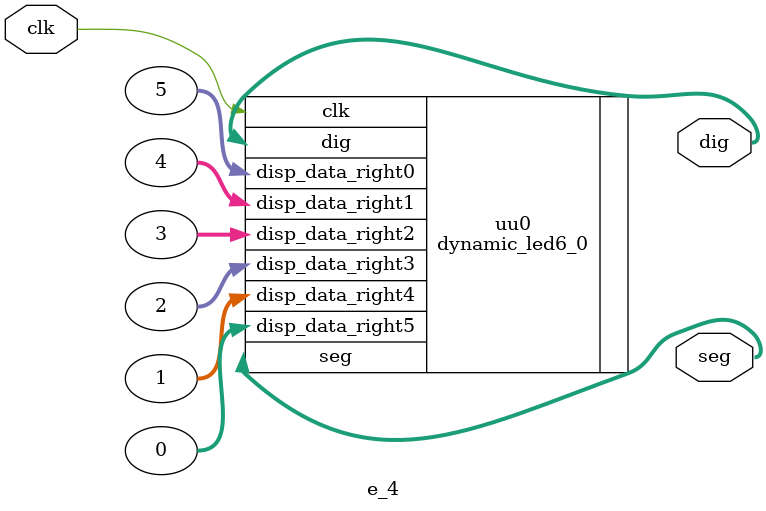
<source format=v>
`timescale 1ns / 1ps


module e_4(
input clk,
output [7:0] seg,
output [5:0] dig
    );
    dynamic_led6_0 uu0(
    .clk(clk),
    .disp_data_right0(5),
    .disp_data_right1(4),
    .disp_data_right2(3),
    .disp_data_right3(2),
    .disp_data_right4(1),
    .disp_data_right5(0),
    .seg(seg),
    .dig(dig)
    );    
endmodule

</source>
